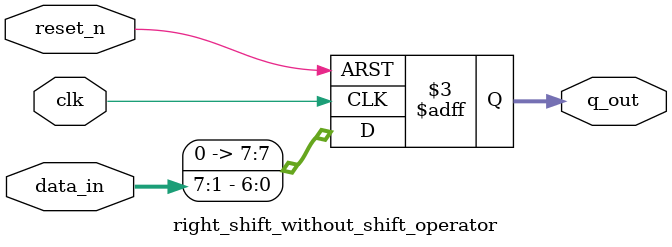
<source format=v>
`timescale 1ns / 1ps


module right_shift_without_shift_operator(
input clk,
input [7:0] data_in,
input reset_n,
output reg [7:0] q_out
);
always @(posedge clk, negedge reset_n)
begin
if(!reset_n)
begin
q_out <= 'b0;
end
else 
begin
 q_out <= {1'b0,data_in[7:1]};
end
end
endmodule

</source>
